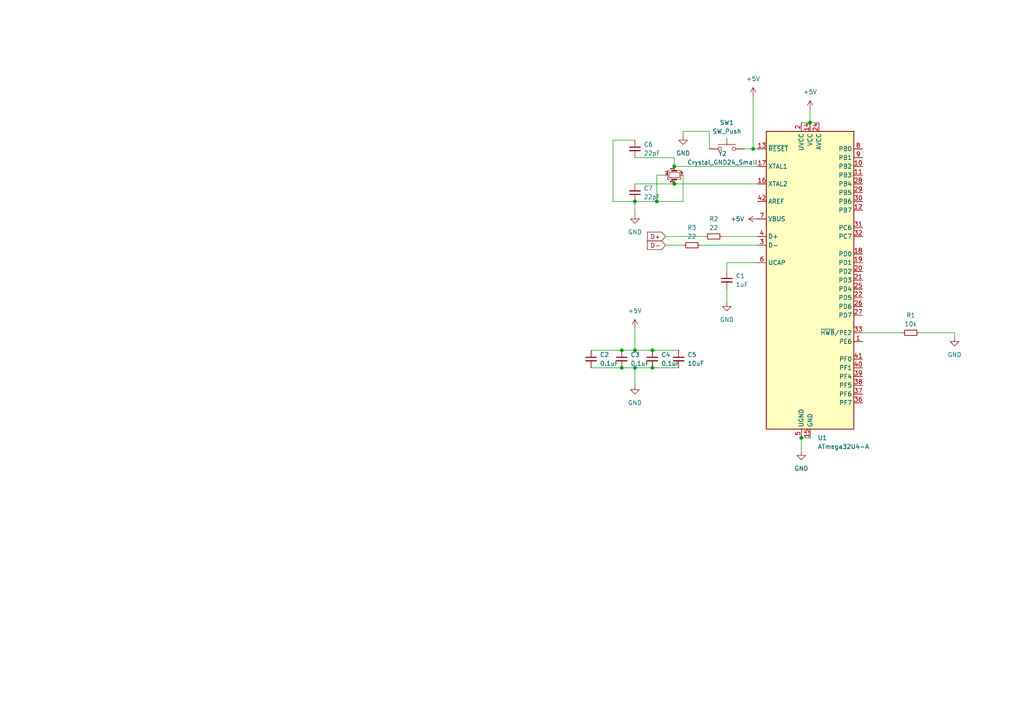
<source format=kicad_sch>
(kicad_sch (version 20230121) (generator eeschema)
  (paper "A4")
  (lib_symbols
    (symbol "Device:C_Small" (pin_numbers hide) (pin_names (offset 0.254) hide)
      (property "Reference" "C" (at 0.254 1.778 0))
      (property "Value" "C_Small" (at 0.254 -2.032 0))
      (symbol "C_Small_0_1"
        (polyline (pts (xy -1.524 -0.508) (xy 1.524 -0.508)) (stroke (width 0.3302)))
        (polyline (pts (xy -1.524 0.508) (xy 1.524 0.508)) (stroke (width 0.3048)))
      )
      (symbol "C_Small_1_1"
        (pin passive line (at 0 2.54 270) (length 2.032) (name "~") (number "1"))
        (pin passive line (at 0 -2.54 90) (length 2.032) (name "~") (number "2"))
      )
    )
    (symbol "Device:Crystal_GND24_Small" (pin_names (offset 1.016) hide)
      (property "Reference" "Y" (at 1.27 4.445 0))
      (property "Value" "Crystal_GND24_Small" (at 1.27 2.54 0))
      (symbol "Crystal_GND24_Small_0_1"
        (rectangle (start -0.762 -1.524) (end 0.762 1.524))
        (polyline (pts (xy -1.27 -0.762) (xy -1.27 0.762)) (stroke (width 0.381)))
        (polyline (pts (xy 1.27 -0.762) (xy 1.27 0.762)) (stroke (width 0.381)))
        (polyline (pts (xy -1.27 -1.27) (xy -1.27 -1.905) (xy 1.27 -1.905) (xy 1.27 -1.27)))
        (polyline (pts (xy -1.27 1.27) (xy -1.27 1.905) (xy 1.27 1.905) (xy 1.27 1.27)))
      )
      (symbol "Crystal_GND24_Small_1_1"
        (pin passive line (at -2.54 0 0) (length 1.27) (name "1") (number "1"))
        (pin passive line (at 0 -2.54 90) (length 0.635) (name "2") (number "2"))
        (pin passive line (at 2.54 0 180) (length 1.27) (name "3") (number "3"))
        (pin passive line (at 0 2.54 270) (length 0.635) (name "4") (number "4"))
      )
    )
    (symbol "Device:R_Small" (pin_numbers hide) (pin_names (offset 0.254) hide)
      (property "Reference" "R" (at 0.762 0.508 0))
      (property "Value" "R_Small" (at 0.762 -1.016 0))
      (symbol "R_Small_0_1"
        (rectangle (start -0.762 1.778) (end 0.762 -1.778) (stroke (width 0.2032)))
      )
      (symbol "R_Small_1_1"
        (pin passive line (at 0 2.54 270) (length 0.762) (name "~") (number "1"))
        (pin passive line (at 0 -2.54 90) (length 0.762) (name "~") (number "2"))
      )
    )
    (symbol "MCU_Microchip_ATmega:ATmega32U4-A"
      (property "Reference" "U" (at -12.7 44.45 0))
      (property "Value" "ATmega32U4-A" (at 2.54 -44.45 0))
      (symbol "ATmega32U4-A_0_1"
        (rectangle (start -12.7 -43.18) (end 12.7 43.18) (stroke (width 0.254)) (fill (type background)))
      )
      (symbol "ATmega32U4-A_1_1"
        (pin bidirectional line (at 15.24 -17.78 180) (length 2.54) (name "PE6") (number "1"))
        (pin bidirectional line (at 15.24 33.02 180) (length 2.54) (name "PB2") (number "10"))
        (pin bidirectional line (at 15.24 30.48 180) (length 2.54) (name "PB3") (number "11"))
        (pin bidirectional line (at 15.24 20.32 180) (length 2.54) (name "PB7") (number "12"))
        (pin input line (at -15.24 38.1 0) (length 2.54) (name "~{RESET}") (number "13"))
        (pin power_in line (at 0 45.72 270) (length 2.54) (name "VCC") (number "14"))
        (pin power_in line (at 0 -45.72 90) (length 2.54) (name "GND") (number "15"))
        (pin output line (at -15.24 27.94 0) (length 2.54) (name "XTAL2") (number "16"))
        (pin input line (at -15.24 33.02 0) (length 2.54) (name "XTAL1") (number "17"))
        (pin bidirectional line (at 15.24 7.62 180) (length 2.54) (name "PD0") (number "18"))
        (pin bidirectional line (at 15.24 5.08 180) (length 2.54) (name "PD1") (number "19"))
        (pin power_in line (at -2.54 45.72 270) (length 2.54) (name "UVCC") (number "2"))
        (pin bidirectional line (at 15.24 2.54 180) (length 2.54) (name "PD2") (number "20"))
        (pin bidirectional line (at 15.24 0 180) (length 2.54) (name "PD3") (number "21"))
        (pin bidirectional line (at 15.24 -5.08 180) (length 2.54) (name "PD5") (number "22"))
        (pin passive line (at 0 -45.72 90) (length 2.54) hide (name "GND") (number "23"))
        (pin power_in line (at 2.54 45.72 270) (length 2.54) (name "AVCC") (number "24"))
        (pin bidirectional line (at 15.24 -2.54 180) (length 2.54) (name "PD4") (number "25"))
        (pin bidirectional line (at 15.24 -7.62 180) (length 2.54) (name "PD6") (number "26"))
        (pin bidirectional line (at 15.24 -10.16 180) (length 2.54) (name "PD7") (number "27"))
        (pin bidirectional line (at 15.24 27.94 180) (length 2.54) (name "PB4") (number "28"))
        (pin bidirectional line (at 15.24 25.4 180) (length 2.54) (name "PB5") (number "29"))
        (pin bidirectional line (at -15.24 10.16 0) (length 2.54) (name "D-") (number "3"))
        (pin bidirectional line (at 15.24 22.86 180) (length 2.54) (name "PB6") (number "30"))
        (pin bidirectional line (at 15.24 15.24 180) (length 2.54) (name "PC6") (number "31"))
        (pin bidirectional line (at 15.24 12.7 180) (length 2.54) (name "PC7") (number "32"))
        (pin bidirectional line (at 15.24 -15.24 180) (length 2.54) (name "~{HWB}/PE2") (number "33"))
        (pin passive line (at 0 45.72 270) (length 2.54) hide (name "VCC") (number "34"))
        (pin passive line (at 0 -45.72 90) (length 2.54) hide (name "GND") (number "35"))
        (pin bidirectional line (at 15.24 -35.56 180) (length 2.54) (name "PF7") (number "36"))
        (pin bidirectional line (at 15.24 -33.02 180) (length 2.54) (name "PF6") (number "37"))
        (pin bidirectional line (at 15.24 -30.48 180) (length 2.54) (name "PF5") (number "38"))
        (pin bidirectional line (at 15.24 -27.94 180) (length 2.54) (name "PF4") (number "39"))
        (pin bidirectional line (at -15.24 12.7 0) (length 2.54) (name "D+") (number "4"))
        (pin bidirectional line (at 15.24 -25.4 180) (length 2.54) (name "PF1") (number "40"))
        (pin bidirectional line (at 15.24 -22.86 180) (length 2.54) (name "PF0") (number "41"))
        (pin passive line (at -15.24 22.86 0) (length 2.54) (name "AREF") (number "42"))
        (pin passive line (at 0 -45.72 90) (length 2.54) hide (name "GND") (number "43"))
        (pin passive line (at 2.54 45.72 270) (length 2.54) hide (name "AVCC") (number "44"))
        (pin passive line (at -2.54 -45.72 90) (length 2.54) (name "UGND") (number "5"))
        (pin passive line (at -15.24 5.08 0) (length 2.54) (name "UCAP") (number "6"))
        (pin input line (at -15.24 17.78 0) (length 2.54) (name "VBUS") (number "7"))
        (pin bidirectional line (at 15.24 38.1 180) (length 2.54) (name "PB0") (number "8"))
        (pin bidirectional line (at 15.24 35.56 180) (length 2.54) (name "PB1") (number "9"))
      )
    )
    (symbol "Switch:SW_Push" (pin_numbers hide) (pin_names (offset 1.016) hide)
      (property "Reference" "SW" (at 1.27 2.54 0))
      (property "Value" "SW_Push" (at 0 -1.524 0))
      (symbol "SW_Push_0_1"
        (circle (center -2.032 0) (radius 0.508))
        (polyline (pts (xy 0 1.27) (xy 0 3.048)))
        (polyline (pts (xy 2.54 1.27) (xy -2.54 1.27)))
        (circle (center 2.032 0) (radius 0.508))
        (pin passive line (at -5.08 0 0) (length 2.54) (name "1") (number "1"))
        (pin passive line (at 5.08 0 180) (length 2.54) (name "2") (number "2"))
      )
    )
    (symbol "power:+5V" (power) (pin_names (offset 0))
      (property "Value" "+5V" (at 0 3.556 0))
      (symbol "+5V_0_1"
        (polyline (pts (xy -0.762 1.27) (xy 0 2.54)))
        (polyline (pts (xy 0 0) (xy 0 2.54)))
        (polyline (pts (xy 0 2.54) (xy 0.762 1.27)))
      )
      (symbol "+5V_1_1"
        (pin power_in line (at 0 0 90) (length 0) hide (name "+5V") (number "1"))
      )
    )
    (symbol "power:GND" (power) (pin_names (offset 0))
      (property "Value" "GND" (at 0 -3.81 0))
      (symbol "GND_0_1"
        (polyline (pts (xy 0 0) (xy 0 -1.27) (xy 1.27 -1.27) (xy 0 -2.54) (xy -1.27 -1.27) (xy 0 -1.27)))
      )
      (symbol "GND_1_1"
        (pin power_in line (at 0 0 270) (length 0) hide (name "GND") (number "1"))
      )
    )
  )
  (junction (at 189.23 101.6))
  (junction (at 232.41 127))
  (junction (at 195.58 48.26))
  (junction (at 180.34 106.68))
  (junction (at 195.58 53.34))
  (junction (at 184.15 58.42))
  (junction (at 189.23 106.68))
  (junction (at 184.15 101.6))
  (junction (at 190.5 58.42))
  (junction (at 218.44 43.18))
  (junction (at 234.95 35.56))
  (junction (at 184.15 106.68))
  (junction (at 180.34 101.6))
  (wire (pts (xy 193.04 71.12) (xy 198.12 71.12)))
  (wire (pts (xy 232.41 130.81) (xy 232.41 127)))
  (wire (pts (xy 276.86 97.79) (xy 276.86 96.52)))
  (wire (pts (xy 234.95 35.56) (xy 237.49 35.56)))
  (wire (pts (xy 180.34 101.6) (xy 184.15 101.6)))
  (wire (pts (xy 215.9 43.18) (xy 218.44 43.18)))
  (wire (pts (xy 198.12 38.1) (xy 198.12 39.37)))
  (wire (pts (xy 195.58 53.34) (xy 219.71 53.34)))
  (wire (pts (xy 219.71 48.26) (xy 195.58 48.26)))
  (wire (pts (xy 184.15 106.68) (xy 184.15 111.76)))
  (wire (pts (xy 177.8 58.42) (xy 184.15 58.42)))
  (wire (pts (xy 205.74 38.1) (xy 198.12 38.1)))
  (wire (pts (xy 250.19 96.52) (xy 261.62 96.52)))
  (wire (pts (xy 210.82 83.82) (xy 210.82 87.63)))
  (wire (pts (xy 184.15 45.72) (xy 195.58 45.72)))
  (wire (pts (xy 177.8 40.64) (xy 177.8 58.42)))
  (wire (pts (xy 203.2 71.12) (xy 219.71 71.12)))
  (wire (pts (xy 184.15 106.68) (xy 189.23 106.68)))
  (wire (pts (xy 234.95 31.75) (xy 234.95 35.56)))
  (wire (pts (xy 232.41 127) (xy 234.95 127)))
  (wire (pts (xy 276.86 96.52) (xy 266.7 96.52)))
  (wire (pts (xy 171.45 101.6) (xy 180.34 101.6)))
  (wire (pts (xy 190.5 50.8) (xy 190.5 58.42)))
  (wire (pts (xy 198.12 50.8) (xy 198.12 58.42)))
  (wire (pts (xy 189.23 101.6) (xy 196.85 101.6)))
  (wire (pts (xy 180.34 106.68) (xy 184.15 106.68)))
  (wire (pts (xy 195.58 45.72) (xy 195.58 48.26)))
  (wire (pts (xy 210.82 78.74) (xy 210.82 76.2)))
  (wire (pts (xy 189.23 106.68) (xy 196.85 106.68)))
  (wire (pts (xy 218.44 27.94) (xy 218.44 43.18)))
  (wire (pts (xy 171.45 106.68) (xy 180.34 106.68)))
  (wire (pts (xy 198.12 58.42) (xy 190.5 58.42)))
  (wire (pts (xy 184.15 58.42) (xy 184.15 62.23)))
  (wire (pts (xy 193.04 50.8) (xy 190.5 50.8)))
  (wire (pts (xy 218.44 43.18) (xy 219.71 43.18)))
  (wire (pts (xy 190.5 58.42) (xy 184.15 58.42)))
  (wire (pts (xy 184.15 101.6) (xy 189.23 101.6)))
  (wire (pts (xy 210.82 76.2) (xy 219.71 76.2)))
  (wire (pts (xy 184.15 40.64) (xy 177.8 40.64)))
  (wire (pts (xy 184.15 53.34) (xy 195.58 53.34)))
  (wire (pts (xy 209.55 68.58) (xy 219.71 68.58)))
  (wire (pts (xy 205.74 43.18) (xy 205.74 38.1)))
  (wire (pts (xy 193.04 68.58) (xy 204.47 68.58)))
  (wire (pts (xy 184.15 95.25) (xy 184.15 101.6)))
  (wire (pts (xy 234.95 35.56) (xy 232.41 35.56)))
  (global_label "D-" (shape input) (at 193.04 71.12 180) (property "Intersheetrefs" "${INTERSHEET_REFS}" (effects hide)))
  (global_label "D+" (shape input) (at 193.04 68.58 180) (property "Intersheetrefs" "${INTERSHEET_REFS}" (effects hide)))
  (symbol (lib_id "Device:C_Small") (at 189.23 104.14 0) (unit 1)
    (property "Reference" "C4" (at 191.77 102.8763 0) (effects (justify left)))
    (property "Value" "0.1uF" (at 191.77 105.4163 0) (effects (justify left)))
  )
  (symbol (lib_id "power:+5V") (at 184.15 95.25 0) (unit 1)
    (property "Reference" "#PWR06" (effects hide))
    (property "Value" "+5V" (at 184.15 90.17 0))
  )
  (symbol (lib_id "power:+5V") (at 219.71 63.5 90) (unit 1)
    (property "Reference" "#PWR07" (effects hide))
    (property "Value" "+5V" (at 215.9 63.5 90) (effects (justify left)))
  )
  (symbol (lib_id "power:+5V") (at 218.44 27.94 0) (unit 1)
    (property "Reference" "#PWR010" (effects hide))
    (property "Value" "+5V" (at 218.44 22.86 0))
  )
  (symbol (lib_id "MCU_Microchip_ATmega:ATmega32U4-A") (at 234.95 81.28 0) (unit 1)
    (property "Reference" "U1" (at 237.1441 127 0) (effects (justify left)))
    (property "Value" "ATmega32U4-A" (at 237.1441 129.54 0) (effects (justify left)))
    (property "Footprint" "Package_QFP:TQFP-44_10x10mm_P0.8mm" (effects hide))
    (property "Datasheet" "http://ww1.microchip.com/downloads/en/DeviceDoc/Atmel-7766-8-bit-AVR-ATmega16U4-32U4_Datasheet.pdf" (effects hide))
  )
  (symbol (lib_id "Device:Crystal_GND24_Small") (at 195.58 50.8 270) (unit 1)
    (property "Reference" "Y2" (at 209.55 44.5703 90))
    (property "Value" "Crystal_GND24_Small" (at 209.55 47.1103 90))
  )
  (symbol (lib_id "Device:C_Small") (at 184.15 43.18 0) (unit 1)
    (property "Reference" "C6" (at 186.69 41.9163 0) (effects (justify left)))
    (property "Value" "22pF" (at 186.69 44.4563 0) (effects (justify left)))
  )
  (symbol (lib_id "Device:R_Small") (at 207.01 68.58 90) (unit 1)
    (property "Reference" "R2" (at 207.01 63.5 90))
    (property "Value" "22" (at 207.01 66.04 90))
  )
  (symbol (lib_id "Device:R_Small") (at 264.16 96.52 90) (unit 1)
    (property "Reference" "R1" (at 264.16 91.44 90))
    (property "Value" "10k" (at 264.16 93.98 90))
  )
  (symbol (lib_id "power:GND") (at 184.15 111.76 0) (unit 1)
    (property "Reference" "#PWR05" (effects hide))
    (property "Value" "GND" (at 184.15 116.84 0))
  )
  (symbol (lib_id "power:GND") (at 232.41 130.81 0) (unit 1)
    (property "Reference" "#PWR02" (effects hide))
    (property "Value" "GND" (at 232.41 135.89 0))
  )
  (symbol (lib_id "Device:C_Small") (at 184.15 55.88 180) (unit 1)
    (property "Reference" "C7" (at 186.69 54.6036 0) (effects (justify right)))
    (property "Value" "22pF" (at 186.69 57.1436 0) (effects (justify right)))
  )
  (symbol (lib_id "power:+5V") (at 234.95 31.75 0) (unit 1)
    (property "Reference" "#PWR01" (effects hide))
    (property "Value" "+5V" (at 234.95 26.67 0))
  )
  (symbol (lib_id "Device:C_Small") (at 180.34 104.14 0) (unit 1)
    (property "Reference" "C3" (at 182.88 102.8763 0) (effects (justify left)))
    (property "Value" "0.1uF" (at 182.88 105.4163 0) (effects (justify left)))
  )
  (symbol (lib_id "Switch:SW_Push") (at 210.82 43.18 0) (unit 1)
    (property "Reference" "SW1" (at 210.82 35.56 0))
    (property "Value" "SW_Push" (at 210.82 38.1 0))
  )
  (symbol (lib_id "power:GND") (at 198.12 39.37 0) (unit 1)
    (property "Reference" "#PWR09" (effects hide))
    (property "Value" "GND" (at 198.12 44.45 0))
  )
  (symbol (lib_id "Device:R_Small") (at 200.66 71.12 90) (unit 1)
    (property "Reference" "R3" (at 200.66 66.04 90))
    (property "Value" "22" (at 200.66 68.58 90))
  )
  (symbol (lib_id "Device:C_Small") (at 210.82 81.28 0) (unit 1)
    (property "Reference" "C1" (at 213.36 80.0163 0) (effects (justify left)))
    (property "Value" "1uF" (at 213.36 82.5563 0) (effects (justify left)))
  )
  (symbol (lib_id "Device:C_Small") (at 171.45 104.14 0) (unit 1)
    (property "Reference" "C2" (at 173.99 102.8763 0) (effects (justify left)))
    (property "Value" "0.1uF" (at 173.99 105.4163 0) (effects (justify left)))
  )
  (symbol (lib_id "power:GND") (at 184.15 62.23 0) (unit 1)
    (property "Reference" "#PWR08" (effects hide))
    (property "Value" "GND" (at 184.15 67.31 0))
  )
  (symbol (lib_id "power:GND") (at 210.82 87.63 0) (unit 1)
    (property "Reference" "#PWR04" (effects hide))
    (property "Value" "GND" (at 210.82 92.71 0))
  )
  (symbol (lib_id "power:GND") (at 276.86 97.79 0) (unit 1)
    (property "Reference" "#PWR03" (effects hide))
    (property "Value" "GND" (at 276.86 102.87 0))
  )
  (symbol (lib_id "Device:C_Small") (at 196.85 104.14 0) (unit 1)
    (property "Reference" "C5" (at 199.39 102.8763 0) (effects (justify left)))
    (property "Value" "10uF" (at 199.39 105.4163 0) (effects (justify left)))
  )
)
</source>
